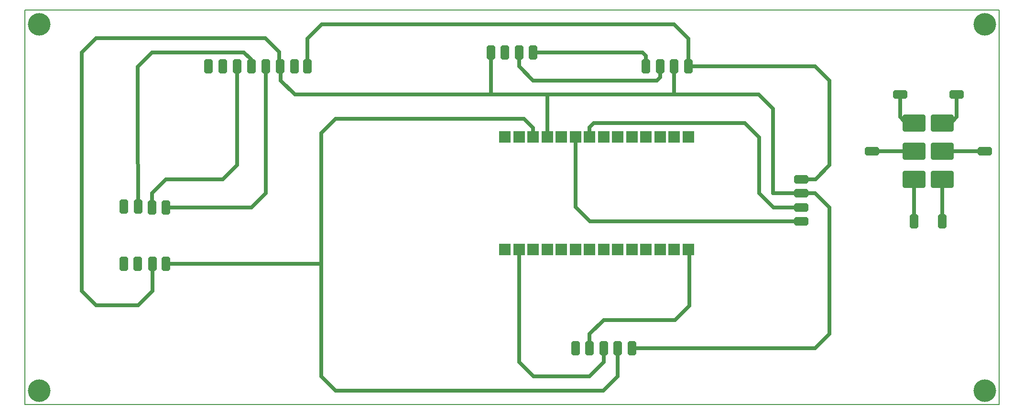
<source format=gbr>
G04 PROTEUS RS274X GERBER FILE*
%FSLAX45Y45*%
%MOMM*%
G01*
%ADD10C,0.635000*%
%ADD17C,0.254000*%
%ADD11R,2.032000X2.032000*%
%AMDIL002*
4,1,8,
-0.762000,0.965200,-0.457200,1.270000,0.457200,1.270000,0.762000,0.965200,0.762000,-0.965200,
0.457200,-1.270000,-0.457200,-1.270000,-0.762000,-0.965200,-0.762000,0.965200,
0*%
%ADD12DIL002*%
%AMDIL003*
4,1,8,
-1.270000,0.457200,-0.965200,0.762000,0.965200,0.762000,1.270000,0.457200,1.270000,-0.457200,
0.965200,-0.762000,-0.965200,-0.762000,-1.270000,-0.457200,-1.270000,0.457200,
0*%
%ADD13DIL003*%
%AMPPAD004*
4,1,36,
-2.000000,-1.195200,
-2.000000,1.195200,
-1.993940,1.257520,
-1.976490,1.315160,
-1.948770,1.366980,
-1.911890,1.411890,
-1.866980,1.448760,
-1.815160,1.476480,
-1.757520,1.493930,
-1.695200,1.500000,
1.695200,1.500000,
1.757520,1.493930,
1.815160,1.476480,
1.866980,1.448760,
1.911890,1.411890,
1.948770,1.366980,
1.976490,1.315160,
1.993940,1.257520,
2.000000,1.195200,
2.000000,-1.195200,
1.993940,-1.257520,
1.976490,-1.315160,
1.948770,-1.366980,
1.911890,-1.411890,
1.866980,-1.448760,
1.815160,-1.476480,
1.757520,-1.493930,
1.695200,-1.500000,
-1.695200,-1.500000,
-1.757520,-1.493930,
-1.815160,-1.476480,
-1.866980,-1.448760,
-1.911890,-1.411890,
-1.948770,-1.366980,
-1.976490,-1.315160,
-1.993940,-1.257520,
-2.000000,-1.195200,
0*%
%ADD14PPAD004*%
%ADD15C,4.000000*%
%ADD16C,0.203200*%
D10*
X-2000000Y-1750000D02*
X-2000000Y-1250000D01*
D17*
X+2500000Y-2750000D02*
X+2000000Y-2750000D01*
D10*
X+4500000Y-1500000D02*
X+4355950Y-1500000D01*
X+4250000Y-1394050D01*
X+4250000Y-1000000D01*
X+5000000Y-2500000D02*
X+5000000Y-3250000D01*
X+4500000Y-2500000D02*
X+4500000Y-3250000D01*
X+5000000Y-1500000D02*
X+5144050Y-1500000D01*
X+5250000Y-1394050D01*
X+5250000Y-1000000D01*
X+250000Y-500000D02*
X+250000Y-1000000D01*
X-2000000Y-1000000D02*
X-3000000Y-1000000D01*
X+250000Y-1000000D02*
X-2000000Y-1000000D01*
X-2000000Y-1250000D01*
X-1250000Y-1750000D02*
X-1250000Y-1577375D01*
X-1172625Y-1500000D01*
X+1496000Y-1500000D01*
X+1750000Y-1754000D01*
X+1750000Y-2746000D01*
X+2004000Y-3000000D01*
X+2500000Y-3000000D01*
X+250000Y-1000000D02*
X+1746000Y-1000000D01*
X+2000000Y-1254000D01*
X+2000000Y-2750000D01*
X+500000Y-500000D02*
X+2746000Y-500000D01*
X+3000000Y-754000D01*
X+3000000Y-2250000D01*
X+2750000Y-2500000D01*
X+2500000Y-2500000D01*
X+2000000Y-2750000D02*
X+2746000Y-2750000D01*
X+3000000Y-3004000D01*
X+3000000Y-5246000D01*
X+2746000Y-5500000D01*
X-500000Y-5500000D01*
X-1500000Y-1750000D02*
X-1500000Y-2996000D01*
X-1246000Y-3250000D01*
X+2500000Y-3250000D01*
X-1250000Y-5500000D02*
X-1250000Y-5250000D01*
X-1000000Y-5000000D01*
X+264304Y-5000000D01*
X+518304Y-4746000D01*
X+518304Y-3768304D01*
X+500000Y-3750000D01*
X-9246000Y-2988000D02*
X-9246000Y-2463873D01*
X-9250000Y-2000000D01*
X-9250000Y-504000D01*
X-8996000Y-250000D01*
X-7371000Y-250000D01*
X-7250000Y-371000D01*
X-7250000Y-492000D01*
X-7242000Y-500000D01*
X-6988000Y-500000D02*
X-6988000Y-2746000D01*
X-7242000Y-3000000D01*
X-8750000Y-3000000D01*
X-1000000Y-5500000D02*
X-1000000Y-5750000D01*
X-1250000Y-6000000D01*
X-2246000Y-6000000D01*
X-2500000Y-5746000D01*
X-2500000Y-3750000D01*
X-7496000Y-500000D02*
X-7496000Y-2246000D01*
X-7750000Y-2500000D01*
X-8750000Y-2500000D01*
X-9000000Y-2750000D01*
X-9000000Y-3000000D01*
X-3000000Y-1000000D02*
X-3000000Y-250000D01*
X-250000Y-500000D02*
X-250000Y-311500D01*
X-311500Y-250000D01*
X-2250000Y-250000D01*
X-6000000Y-3750000D02*
X-6000000Y-5996000D01*
X-5746000Y-6250000D01*
X-1004000Y-6250000D01*
X-750000Y-5996000D01*
X-750000Y-5500000D01*
X-6734000Y-500000D02*
X-6726000Y-750000D01*
X-6467873Y-1000000D01*
X-3000000Y-1000000D01*
X-2250000Y-1750000D02*
X-2250000Y-1587008D01*
X-2412991Y-1424017D01*
X-5746000Y-1424017D01*
X-6000000Y-1678017D01*
X-6000000Y-3750000D01*
X+4500000Y-2000000D02*
X+3750000Y-2000000D01*
X+5000000Y-2000000D02*
X+5750000Y-2000000D01*
X-6250000Y-500000D02*
X-6250000Y-4000D01*
X-5996000Y+250000D01*
X+246000Y+250000D01*
X+500000Y-4000D01*
X+500000Y-500000D01*
X+0Y-500000D02*
X+0Y-688500D01*
X-61500Y-750000D01*
X-2250000Y-750000D01*
X-2500000Y-500000D01*
X-2500000Y-250000D01*
X-6000000Y-3750000D02*
X-6000000Y-4000000D01*
X-8750000Y-4000000D01*
X-8992000Y-4000000D02*
X-8992000Y-4488000D01*
X-9246000Y-4742000D01*
X-9988000Y-4742000D01*
X-10242000Y-4488000D01*
X-10242000Y-254000D01*
X-9988000Y+0D01*
X-6992000Y+0D01*
X-6750000Y-242000D01*
X-6750000Y-484000D01*
X-6734000Y-500000D01*
D11*
X-2750000Y-1750000D03*
X-2500000Y-1750000D03*
X-2250000Y-1750000D03*
X-2000000Y-1750000D03*
X-1750000Y-1750000D03*
X-1500000Y-1750000D03*
X-1250000Y-1750000D03*
X-1000000Y-1750000D03*
X-750000Y-1750000D03*
X-500000Y-1750000D03*
X-250000Y-1750000D03*
X+0Y-1750000D03*
X+250000Y-1750000D03*
X+500000Y-1750000D03*
X+500000Y-3750000D03*
X+250000Y-3750000D03*
X+0Y-3750000D03*
X-250000Y-3750000D03*
X-500000Y-3750000D03*
X-750000Y-3750000D03*
X-1000000Y-3750000D03*
X-1250000Y-3750000D03*
X-1500000Y-3750000D03*
X-1750000Y-3750000D03*
X-2000000Y-3750000D03*
X-2250000Y-3750000D03*
X-2500000Y-3750000D03*
X-2750000Y-3750000D03*
D12*
X-2250000Y-250000D03*
X-2500000Y-250000D03*
X-2750000Y-250000D03*
X-3000000Y-250000D03*
X+500000Y-500000D03*
X+250000Y-500000D03*
X+0Y-500000D03*
X-250000Y-500000D03*
X-9500000Y-4000000D03*
X-9250000Y-4000000D03*
X-8992000Y-4000000D03*
X-8750000Y-4000000D03*
X-9500000Y-2988000D03*
X-9246000Y-2988000D03*
X-9000000Y-3000000D03*
X-8750000Y-3000000D03*
X-7750000Y-500000D03*
X-7496000Y-500000D03*
X-7242000Y-500000D03*
X-6988000Y-500000D03*
X-6734000Y-500000D03*
X-6480000Y-500000D03*
X-6250000Y-500000D03*
X-8000000Y-500000D03*
X-500000Y-5500000D03*
X-750000Y-5500000D03*
X-1000000Y-5500000D03*
X-1250000Y-5500000D03*
X-1500000Y-5500000D03*
D13*
X+2500000Y-3250000D03*
X+2500000Y-3000000D03*
X+2500000Y-2750000D03*
X+2500000Y-2500000D03*
D14*
X+4500000Y-2500000D03*
X+5000000Y-2500000D03*
X+4500000Y-1500000D03*
X+4500000Y-2000000D03*
X+5000000Y-1500000D03*
X+5000000Y-2000000D03*
D12*
X+4500000Y-3250000D03*
X+5000000Y-3250000D03*
D13*
X+4250000Y-1000000D03*
X+5250000Y-1000000D03*
D15*
X-11000000Y-6250000D03*
X+5750000Y-6250000D03*
X-11000000Y+250000D03*
X+5750000Y+250000D03*
D13*
X+3750000Y-2000000D03*
X+5750000Y-2000000D03*
D16*
X-11250000Y-6500000D02*
X+6000000Y-6500000D01*
X+6000000Y+500000D01*
X-11250000Y+500000D01*
X-11250000Y-6500000D01*
M02*

</source>
